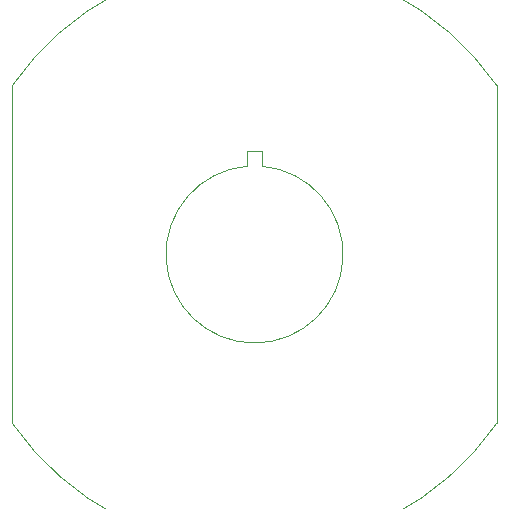
<source format=gbr>
G04 #@! TF.GenerationSoftware,KiCad,Pcbnew,5.1.5-52549c5~84~ubuntu18.04.1*
G04 #@! TF.CreationDate,2019-12-19T20:38:57-05:00*
G04 #@! TF.ProjectId,SwarmBot,53776172-6d42-46f7-942e-6b696361645f,rev?*
G04 #@! TF.SameCoordinates,Original*
G04 #@! TF.FileFunction,Profile,NP*
%FSLAX46Y46*%
G04 Gerber Fmt 4.6, Leading zero omitted, Abs format (unit mm)*
G04 Created by KiCad (PCBNEW 5.1.5-52549c5~84~ubuntu18.04.1) date 2019-12-19 20:38:57*
%MOMM*%
%LPD*%
G04 APERTURE LIST*
%ADD10C,0.050000*%
G04 APERTURE END LIST*
D10*
X-662939Y8742680D02*
X-662939Y7467599D01*
X645160Y8742680D02*
X-662939Y8742680D01*
X643867Y7469268D02*
X645160Y8742680D01*
X643868Y7469268D02*
G75*
G02X-662939Y7467599I-643868J-7469268D01*
G01*
X-20499998Y14310361D02*
G75*
G02X20499999Y14310359I20499998J-14310361D01*
G01*
X20499278Y-14311392D02*
G75*
G02X-20499999Y-14310359I-20499278J14311392D01*
G01*
X20500000Y14310360D02*
X20499278Y-14311392D01*
X-20499998Y14310361D02*
X-20500000Y-14310360D01*
M02*

</source>
